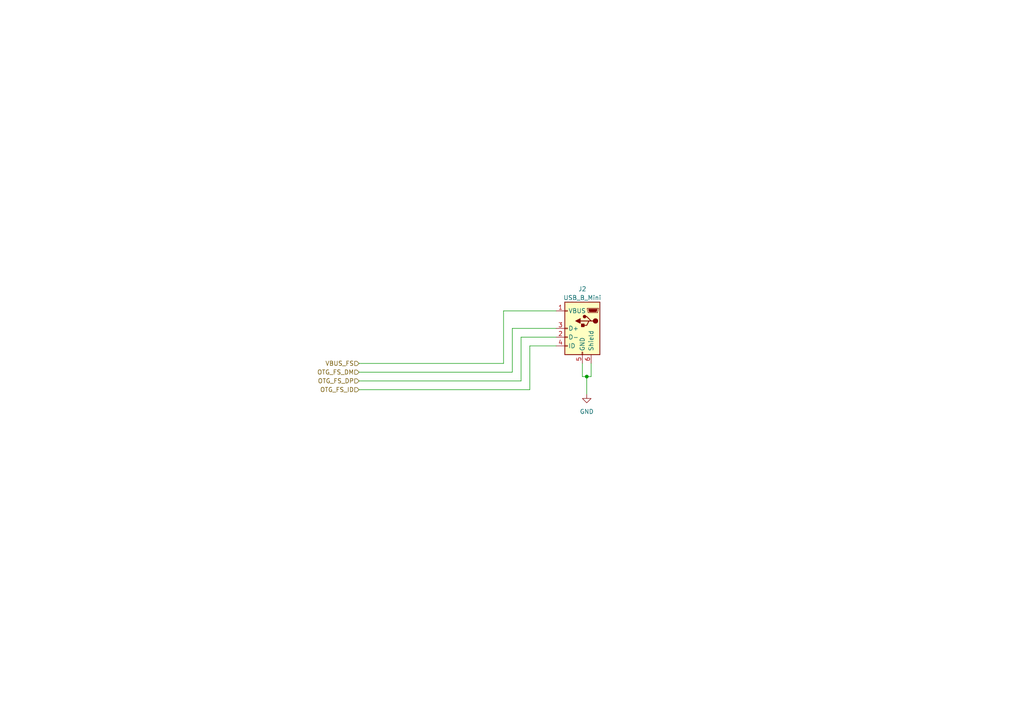
<source format=kicad_sch>
(kicad_sch (version 20230121) (generator eeschema)

  (uuid 2ccf037e-ff77-4988-8771-8c68c3ccfbeb)

  (paper "A4")

  (lib_symbols
    (symbol "Connector:USB_B_Mini" (pin_names (offset 1.016)) (in_bom yes) (on_board yes)
      (property "Reference" "J" (at -5.08 11.43 0)
        (effects (font (size 1.27 1.27)) (justify left))
      )
      (property "Value" "USB_B_Mini" (at -5.08 8.89 0)
        (effects (font (size 1.27 1.27)) (justify left))
      )
      (property "Footprint" "" (at 3.81 -1.27 0)
        (effects (font (size 1.27 1.27)) hide)
      )
      (property "Datasheet" "~" (at 3.81 -1.27 0)
        (effects (font (size 1.27 1.27)) hide)
      )
      (property "ki_keywords" "connector USB mini" (at 0 0 0)
        (effects (font (size 1.27 1.27)) hide)
      )
      (property "ki_description" "USB Mini Type B connector" (at 0 0 0)
        (effects (font (size 1.27 1.27)) hide)
      )
      (property "ki_fp_filters" "USB*" (at 0 0 0)
        (effects (font (size 1.27 1.27)) hide)
      )
      (symbol "USB_B_Mini_0_1"
        (rectangle (start -5.08 -7.62) (end 5.08 7.62)
          (stroke (width 0.254) (type default))
          (fill (type background))
        )
        (circle (center -3.81 2.159) (radius 0.635)
          (stroke (width 0.254) (type default))
          (fill (type outline))
        )
        (circle (center -0.635 3.429) (radius 0.381)
          (stroke (width 0.254) (type default))
          (fill (type outline))
        )
        (rectangle (start -0.127 -7.62) (end 0.127 -6.858)
          (stroke (width 0) (type default))
          (fill (type none))
        )
        (polyline
          (pts
            (xy -1.905 2.159)
            (xy 0.635 2.159)
          )
          (stroke (width 0.254) (type default))
          (fill (type none))
        )
        (polyline
          (pts
            (xy -3.175 2.159)
            (xy -2.54 2.159)
            (xy -1.27 3.429)
            (xy -0.635 3.429)
          )
          (stroke (width 0.254) (type default))
          (fill (type none))
        )
        (polyline
          (pts
            (xy -2.54 2.159)
            (xy -1.905 2.159)
            (xy -1.27 0.889)
            (xy 0 0.889)
          )
          (stroke (width 0.254) (type default))
          (fill (type none))
        )
        (polyline
          (pts
            (xy 0.635 2.794)
            (xy 0.635 1.524)
            (xy 1.905 2.159)
            (xy 0.635 2.794)
          )
          (stroke (width 0.254) (type default))
          (fill (type outline))
        )
        (polyline
          (pts
            (xy -4.318 5.588)
            (xy -1.778 5.588)
            (xy -2.032 4.826)
            (xy -4.064 4.826)
            (xy -4.318 5.588)
          )
          (stroke (width 0) (type default))
          (fill (type outline))
        )
        (polyline
          (pts
            (xy -4.699 5.842)
            (xy -4.699 5.588)
            (xy -4.445 4.826)
            (xy -4.445 4.572)
            (xy -1.651 4.572)
            (xy -1.651 4.826)
            (xy -1.397 5.588)
            (xy -1.397 5.842)
            (xy -4.699 5.842)
          )
          (stroke (width 0) (type default))
          (fill (type none))
        )
        (rectangle (start 0.254 1.27) (end -0.508 0.508)
          (stroke (width 0.254) (type default))
          (fill (type outline))
        )
        (rectangle (start 5.08 -5.207) (end 4.318 -4.953)
          (stroke (width 0) (type default))
          (fill (type none))
        )
        (rectangle (start 5.08 -2.667) (end 4.318 -2.413)
          (stroke (width 0) (type default))
          (fill (type none))
        )
        (rectangle (start 5.08 -0.127) (end 4.318 0.127)
          (stroke (width 0) (type default))
          (fill (type none))
        )
        (rectangle (start 5.08 4.953) (end 4.318 5.207)
          (stroke (width 0) (type default))
          (fill (type none))
        )
      )
      (symbol "USB_B_Mini_1_1"
        (pin power_out line (at 7.62 5.08 180) (length 2.54)
          (name "VBUS" (effects (font (size 1.27 1.27))))
          (number "1" (effects (font (size 1.27 1.27))))
        )
        (pin bidirectional line (at 7.62 -2.54 180) (length 2.54)
          (name "D-" (effects (font (size 1.27 1.27))))
          (number "2" (effects (font (size 1.27 1.27))))
        )
        (pin bidirectional line (at 7.62 0 180) (length 2.54)
          (name "D+" (effects (font (size 1.27 1.27))))
          (number "3" (effects (font (size 1.27 1.27))))
        )
        (pin passive line (at 7.62 -5.08 180) (length 2.54)
          (name "ID" (effects (font (size 1.27 1.27))))
          (number "4" (effects (font (size 1.27 1.27))))
        )
        (pin power_out line (at 0 -10.16 90) (length 2.54)
          (name "GND" (effects (font (size 1.27 1.27))))
          (number "5" (effects (font (size 1.27 1.27))))
        )
        (pin passive line (at -2.54 -10.16 90) (length 2.54)
          (name "Shield" (effects (font (size 1.27 1.27))))
          (number "6" (effects (font (size 1.27 1.27))))
        )
      )
    )
    (symbol "power:GND" (power) (pin_names (offset 0)) (in_bom yes) (on_board yes)
      (property "Reference" "#PWR" (at 0 -6.35 0)
        (effects (font (size 1.27 1.27)) hide)
      )
      (property "Value" "GND" (at 0 -3.81 0)
        (effects (font (size 1.27 1.27)))
      )
      (property "Footprint" "" (at 0 0 0)
        (effects (font (size 1.27 1.27)) hide)
      )
      (property "Datasheet" "" (at 0 0 0)
        (effects (font (size 1.27 1.27)) hide)
      )
      (property "ki_keywords" "global power" (at 0 0 0)
        (effects (font (size 1.27 1.27)) hide)
      )
      (property "ki_description" "Power symbol creates a global label with name \"GND\" , ground" (at 0 0 0)
        (effects (font (size 1.27 1.27)) hide)
      )
      (symbol "GND_0_1"
        (polyline
          (pts
            (xy 0 0)
            (xy 0 -1.27)
            (xy 1.27 -1.27)
            (xy 0 -2.54)
            (xy -1.27 -1.27)
            (xy 0 -1.27)
          )
          (stroke (width 0) (type default))
          (fill (type none))
        )
      )
      (symbol "GND_1_1"
        (pin power_in line (at 0 0 270) (length 0) hide
          (name "GND" (effects (font (size 1.27 1.27))))
          (number "1" (effects (font (size 1.27 1.27))))
        )
      )
    )
  )

  (junction (at 170.18 109.22) (diameter 0) (color 0 0 0 0)
    (uuid a7f0bc2e-f29c-4d4d-b328-6eb4cf254077)
  )

  (wire (pts (xy 170.18 109.22) (xy 171.45 109.22))
    (stroke (width 0) (type default))
    (uuid 14ecc3f7-9c57-49de-9f16-a13ff6c7e7ed)
  )
  (wire (pts (xy 104.14 107.95) (xy 148.59 107.95))
    (stroke (width 0) (type default))
    (uuid 335703e2-3c8b-44dd-b151-1c2b9f31bde0)
  )
  (wire (pts (xy 151.13 110.49) (xy 151.13 97.79))
    (stroke (width 0) (type default))
    (uuid 5222da19-0582-462c-933c-0ac402182f8f)
  )
  (wire (pts (xy 104.14 105.41) (xy 146.05 105.41))
    (stroke (width 0) (type default))
    (uuid 55541ac3-09b3-40bb-ab01-029c5115b9a8)
  )
  (wire (pts (xy 148.59 95.25) (xy 161.29 95.25))
    (stroke (width 0) (type default))
    (uuid 58ecb270-7986-416a-b654-36e5ce267519)
  )
  (wire (pts (xy 168.91 109.22) (xy 170.18 109.22))
    (stroke (width 0) (type default))
    (uuid 5f93622c-ee2e-4fd3-aba2-5d95cdfa028d)
  )
  (wire (pts (xy 170.18 109.22) (xy 170.18 114.3))
    (stroke (width 0) (type default))
    (uuid 7727a021-0cf8-4f62-bec6-2c5d8fdd262b)
  )
  (wire (pts (xy 153.67 113.03) (xy 153.67 100.33))
    (stroke (width 0) (type default))
    (uuid 79624d40-1570-416e-9b55-1b2ea23701e2)
  )
  (wire (pts (xy 153.67 100.33) (xy 161.29 100.33))
    (stroke (width 0) (type default))
    (uuid a12a9752-5fad-4575-b9e7-f97d1a331911)
  )
  (wire (pts (xy 168.91 105.41) (xy 168.91 109.22))
    (stroke (width 0) (type default))
    (uuid a664ecc7-8109-4d7b-8144-f1e50b0e2f4a)
  )
  (wire (pts (xy 151.13 97.79) (xy 161.29 97.79))
    (stroke (width 0) (type default))
    (uuid b5784440-f6d7-492d-89d8-e94ba3cfee2e)
  )
  (wire (pts (xy 104.14 110.49) (xy 151.13 110.49))
    (stroke (width 0) (type default))
    (uuid c3906962-7c35-45f0-a86a-a666b0c71772)
  )
  (wire (pts (xy 148.59 107.95) (xy 148.59 95.25))
    (stroke (width 0) (type default))
    (uuid c50e2aaf-7f6f-4e94-9dd9-71e59f131599)
  )
  (wire (pts (xy 104.14 113.03) (xy 153.67 113.03))
    (stroke (width 0) (type default))
    (uuid c67df170-51fb-4dbd-a684-fbf43b4b55ef)
  )
  (wire (pts (xy 146.05 105.41) (xy 146.05 90.17))
    (stroke (width 0) (type default))
    (uuid d7e30c53-fb4c-4ca7-9af5-7a3209513f37)
  )
  (wire (pts (xy 146.05 90.17) (xy 161.29 90.17))
    (stroke (width 0) (type default))
    (uuid dc3946c8-a28e-47a6-a8a1-324702c53692)
  )
  (wire (pts (xy 171.45 109.22) (xy 171.45 105.41))
    (stroke (width 0) (type default))
    (uuid df5eb96f-bf02-49f8-9d0f-4c2de03aafe6)
  )

  (hierarchical_label "VBUS_FS" (shape input) (at 104.14 105.41 180) (fields_autoplaced)
    (effects (font (size 1.27 1.27)) (justify right))
    (uuid 70e41e24-d929-4ae5-8476-cae8acf68821)
  )
  (hierarchical_label "OTG_FS_ID" (shape input) (at 104.14 113.03 180) (fields_autoplaced)
    (effects (font (size 1.27 1.27)) (justify right))
    (uuid 9fae7b94-788d-4635-9774-c91480113adb)
  )
  (hierarchical_label "OTG_FS_DM" (shape input) (at 104.14 107.95 180) (fields_autoplaced)
    (effects (font (size 1.27 1.27)) (justify right))
    (uuid b7259942-cea5-4f81-b898-3cbb63ae7ac1)
  )
  (hierarchical_label "OTG_FS_DP" (shape input) (at 104.14 110.49 180) (fields_autoplaced)
    (effects (font (size 1.27 1.27)) (justify right))
    (uuid d0dde773-47b0-4f60-8cb6-8b9a5fb232e7)
  )

  (symbol (lib_id "power:GND") (at 170.18 114.3 0) (unit 1)
    (in_bom yes) (on_board yes) (dnp no) (fields_autoplaced)
    (uuid 2dc8d425-ef3a-4b79-8798-e96784b9f1e4)
    (property "Reference" "#PWR014" (at 170.18 120.65 0)
      (effects (font (size 1.27 1.27)) hide)
    )
    (property "Value" "GND" (at 170.18 119.38 0)
      (effects (font (size 1.27 1.27)))
    )
    (property "Footprint" "" (at 170.18 114.3 0)
      (effects (font (size 1.27 1.27)) hide)
    )
    (property "Datasheet" "" (at 170.18 114.3 0)
      (effects (font (size 1.27 1.27)) hide)
    )
    (pin "1" (uuid f3b64b71-da83-4cef-b4a8-ba67ba950c3a))
    (instances
      (project "TEST"
        (path "/253d96fc-e3e7-475c-97d3-54a32a6a1970/c1603cda-7397-4975-b19d-b8fd3e36700d"
          (reference "#PWR014") (unit 1)
        )
      )
    )
  )

  (symbol (lib_id "Connector:USB_B_Mini") (at 168.91 95.25 0) (mirror y) (unit 1)
    (in_bom yes) (on_board yes) (dnp no)
    (uuid 5035283b-7134-4d92-878a-0a79bfe516c7)
    (property "Reference" "J2" (at 168.91 83.82 0)
      (effects (font (size 1.27 1.27)))
    )
    (property "Value" "USB_B_Mini" (at 168.91 86.36 0)
      (effects (font (size 1.27 1.27)))
    )
    (property "Footprint" "" (at 165.1 96.52 0)
      (effects (font (size 1.27 1.27)) hide)
    )
    (property "Datasheet" "~" (at 165.1 96.52 0)
      (effects (font (size 1.27 1.27)) hide)
    )
    (pin "1" (uuid 87e31ac1-e816-4b91-af20-688eb34838fb))
    (pin "2" (uuid d7596c99-a81e-41a3-b0a4-6c726f59d5d2))
    (pin "3" (uuid 6a79be99-8dcb-419c-a096-4c5871a7a0e9))
    (pin "4" (uuid df05f5ec-da68-4494-b954-abd365b60bbf))
    (pin "5" (uuid 91bf5d02-aae5-4545-b047-04ef353569b2))
    (pin "6" (uuid 8b8ff2ec-cabe-418a-978e-b0f849952c9b))
    (instances
      (project "TEST"
        (path "/253d96fc-e3e7-475c-97d3-54a32a6a1970/c1603cda-7397-4975-b19d-b8fd3e36700d"
          (reference "J2") (unit 1)
        )
      )
    )
  )
)

</source>
